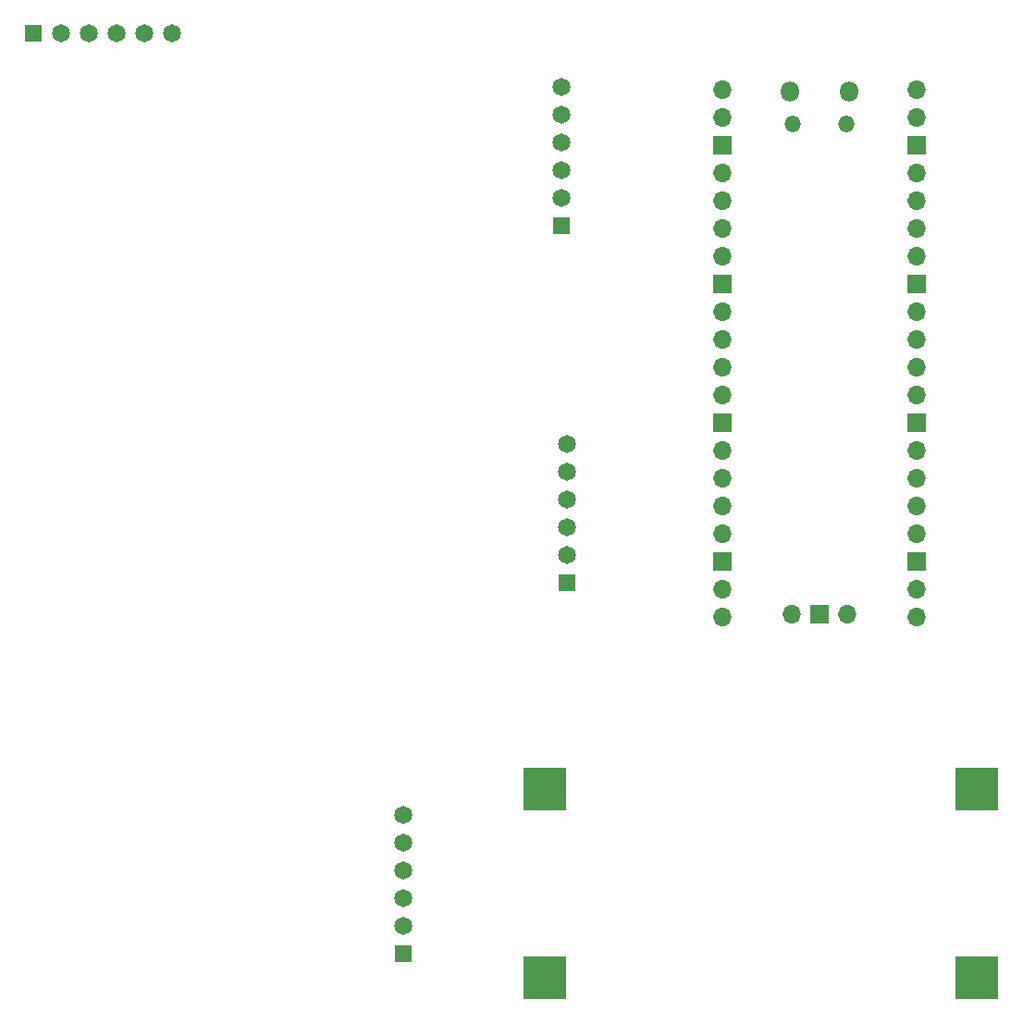
<source format=gbr>
%TF.GenerationSoftware,KiCad,Pcbnew,(7.0.0)*%
%TF.CreationDate,2023-04-17T20:28:16-05:00*%
%TF.ProjectId,PCB_Layout,5043425f-4c61-4796-9f75-742e6b696361,rev?*%
%TF.SameCoordinates,Original*%
%TF.FileFunction,Soldermask,Bot*%
%TF.FilePolarity,Negative*%
%FSLAX46Y46*%
G04 Gerber Fmt 4.6, Leading zero omitted, Abs format (unit mm)*
G04 Created by KiCad (PCBNEW (7.0.0)) date 2023-04-17 20:28:16*
%MOMM*%
%LPD*%
G01*
G04 APERTURE LIST*
%ADD10R,1.650000X1.650000*%
%ADD11C,1.650000*%
%ADD12R,4.000000X4.000000*%
%ADD13O,1.800000X1.800000*%
%ADD14O,1.500000X1.500000*%
%ADD15O,1.700000X1.700000*%
%ADD16R,1.700000X1.700000*%
G04 APERTURE END LIST*
D10*
%TO.C,MicroSD1*%
X145499999Y-125829999D03*
D11*
X145500000Y-123290000D03*
X145500000Y-120750000D03*
X145500000Y-118210000D03*
X145500000Y-115670000D03*
X145500000Y-113130000D03*
%TD*%
D10*
%TO.C,IMU1*%
X160499999Y-91849999D03*
D11*
X160500000Y-89310000D03*
X160500000Y-86770000D03*
X160500000Y-84230000D03*
X160500000Y-81690000D03*
X160500000Y-79150000D03*
%TD*%
D12*
%TO.C,U1*%
X197999999Y-127999999D03*
X197999999Y-110749999D03*
X158499999Y-127999999D03*
X158499999Y-110749999D03*
%TD*%
D10*
%TO.C,Radio1*%
X111649999Y-41522499D03*
D11*
X114190000Y-41522500D03*
X116730000Y-41522500D03*
X119270000Y-41522500D03*
X121810000Y-41522500D03*
X124350000Y-41522500D03*
%TD*%
D13*
%TO.C,U2*%
X180884999Y-46849999D03*
D14*
X181184999Y-49879999D03*
X186034999Y-49879999D03*
D13*
X186334999Y-46849999D03*
D15*
X174719999Y-46719999D03*
X174719999Y-49259999D03*
D16*
X174719999Y-51799999D03*
D15*
X174719999Y-54339999D03*
X174719999Y-56879999D03*
X174719999Y-59419999D03*
X174719999Y-61959999D03*
D16*
X174719999Y-64499999D03*
D15*
X174719999Y-67039999D03*
X174719999Y-69579999D03*
X174719999Y-72119999D03*
X174719999Y-74659999D03*
D16*
X174719999Y-77199999D03*
D15*
X174719999Y-79739999D03*
X174719999Y-82279999D03*
X174719999Y-84819999D03*
X174719999Y-87359999D03*
D16*
X174719999Y-89899999D03*
D15*
X174719999Y-92439999D03*
X174719999Y-94979999D03*
X192499999Y-94979999D03*
X192499999Y-92439999D03*
D16*
X192499999Y-89899999D03*
D15*
X192499999Y-87359999D03*
X192499999Y-84819999D03*
X192499999Y-82279999D03*
X192499999Y-79739999D03*
D16*
X192499999Y-77199999D03*
D15*
X192499999Y-74659999D03*
X192499999Y-72119999D03*
X192499999Y-69579999D03*
X192499999Y-67039999D03*
D16*
X192499999Y-64499999D03*
D15*
X192499999Y-61959999D03*
X192499999Y-59419999D03*
X192499999Y-56879999D03*
X192499999Y-54339999D03*
D16*
X192499999Y-51799999D03*
D15*
X192499999Y-49259999D03*
X192499999Y-46719999D03*
X181069999Y-94749999D03*
D16*
X183609999Y-94749999D03*
D15*
X186149999Y-94749999D03*
%TD*%
D10*
%TO.C,GPS1*%
X159999999Y-59159999D03*
D11*
X160000000Y-56620000D03*
X160000000Y-54080000D03*
X160000000Y-51540000D03*
X160000000Y-49000000D03*
X160000000Y-46460000D03*
%TD*%
M02*

</source>
